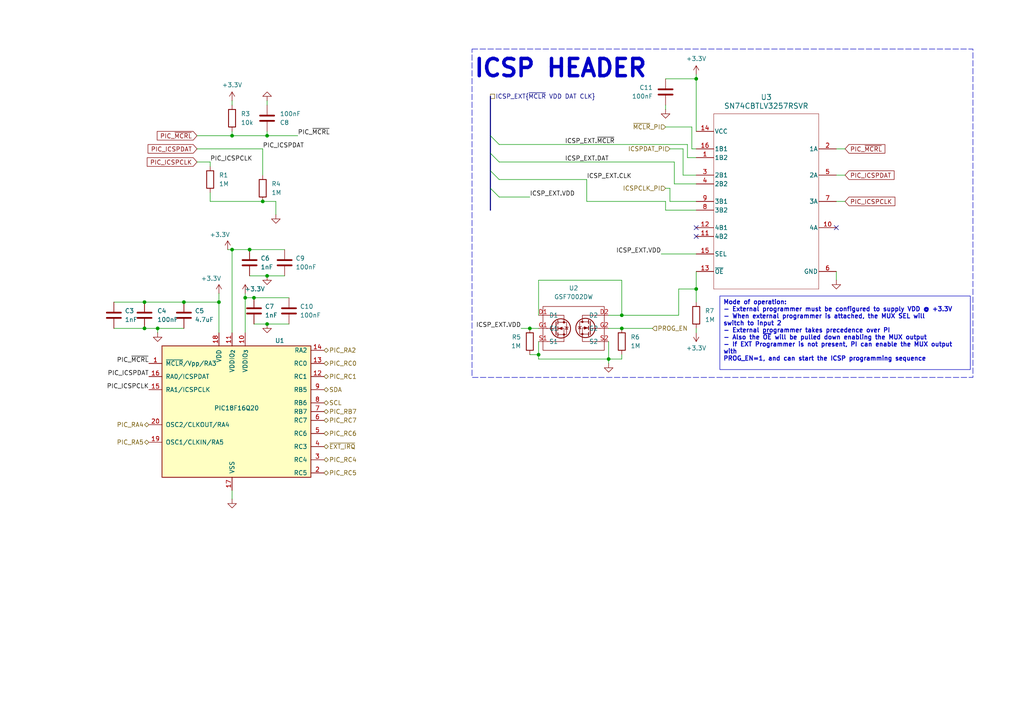
<source format=kicad_sch>
(kicad_sch (version 20231120) (generator "eeschema") (generator_version "8.0")
  (paper "A4")
  (title_block (title "Effective Range Mic Module 2 - MCU") (rev "1.0.0") (company "Effective Range Kft,") (comment 1 "visit https://creativecommons.org/licenses/by/4.0/") (comment 2 "is licensed under CC BY 4.0. To view a copy of this license,") (comment 3 "License: MicDevice2© 2025 by Ferenc Nandor Janky & Attila Gombos") (comment 4 "Design Engineer: Ferenc Janky"))
  (lib_symbols
    (symbol "Device:C" (pin_numbers hide) (pin_names (offset 0.254))
      (property "Reference" "C" (at 0.635 2.54 0))
      (property "Value" "C" (at 0.635 -2.54 0))
      (symbol "C_0_1"
        (polyline (pts (xy -2.032 -0.762) (xy 2.032 -0.762)) (stroke (width 0.508)))
        (polyline (pts (xy -2.032 0.762) (xy 2.032 0.762)) (stroke (width 0.508)))
      )
      (symbol "C_1_1"
        (pin passive line (at 0 3.81 270) (length 2.794) (name "~") (number "1"))
        (pin passive line (at 0 -3.81 90) (length 2.794) (name "~") (number "2"))
      )
    )
    (symbol "Device:R" (pin_numbers hide) (pin_names (offset 0))
      (property "Reference" "R" (at 2.032 0 90))
      (property "Value" "R" (at 0 0 90))
      (symbol "R_0_1"
        (rectangle (start -1.016 -2.54) (end 1.016 2.54) (stroke (width 0.254)))
      )
      (symbol "R_1_1"
        (pin passive line (at 0 3.81 270) (length 1.27) (name "~") (number "1"))
        (pin passive line (at 0 -3.81 90) (length 1.27) (name "~") (number "2"))
      )
    )
    (symbol "effectiveRangeHat_kicad_sym:GSF7002DW"
      (property "Reference" "U" (at 0 7.62 0))
      (property "Value" "GSF7002DW" (at -0.254 5.334 0))
      (symbol "GSF7002DW_0_1"
        (rectangle (start -8.89 6.35) (end 8.89 -6.35))
        (circle (center -3.683 0) (radius 2.794) (stroke (width 0.254)))
        (circle (center -2.794 -1.778) (radius 0.254) (fill (type outline)))
        (circle (center -2.794 1.778) (radius 0.254) (fill (type outline)))
        (polyline (pts (xy -7.62 -3.81) (xy -2.794 -3.81)))
        (polyline (pts (xy -5.08 0) (xy -7.874 0)))
        (polyline (pts (xy -5.08 1.905) (xy -5.08 -1.905)) (stroke (width 0.254)))
        (polyline (pts (xy -4.572 -1.27) (xy -4.572 -2.286)) (stroke (width 0.254)))
        (polyline (pts (xy -4.572 0.508) (xy -4.572 -0.508)) (stroke (width 0.254)))
        (polyline (pts (xy -4.572 2.286) (xy -4.572 1.27)) (stroke (width 0.254)))
        (polyline (pts (xy -2.794 -3.81) (xy -2.794 -2.54)))
        (polyline (pts (xy -2.794 2.54) (xy -2.794 1.778)))
        (polyline (pts (xy 2.54 2.667) (xy 2.54 1.905)))
        (polyline (pts (xy 4.318 -1.143) (xy 4.318 -2.159)) (stroke (width 0.254)))
        (polyline (pts (xy 4.318 0.635) (xy 4.318 -0.381)) (stroke (width 0.254)))
        (polyline (pts (xy 4.318 2.413) (xy 4.318 1.397)) (stroke (width 0.254)))
        (polyline (pts (xy 4.826 0) (xy 7.62 0)))
        (polyline (pts (xy 4.826 2.032) (xy 4.826 -1.778)) (stroke (width 0.254)))
        (polyline (pts (xy -2.794 -2.54) (xy -2.794 0) (xy -4.572 0)))
        (polyline (pts (xy -2.794 2.54) (xy -2.794 3.81) (xy -7.62 3.81)))
        (polyline (pts (xy 2.54 -2.54) (xy 2.54 -3.81) (xy 7.62 -3.81)))
        (polyline (pts (xy 2.54 -2.413) (xy 2.54 0.127) (xy 4.318 0.127)))
        (polyline (pts (xy 2.54 2.794) (xy 2.54 3.81) (xy 7.62 3.81)))
        (polyline (pts (xy -4.572 -1.778) (xy -2.032 -1.778) (xy -2.032 1.778) (xy -4.572 1.778)))
        (polyline (pts (xy -4.318 0) (xy -3.302 0.381) (xy -3.302 -0.381) (xy -4.318 0)) (fill (type outline)))
        (polyline (pts (xy -2.54 0.508) (xy -2.413 0.381) (xy -1.651 0.381) (xy -1.524 0.254)))
        (polyline (pts (xy -2.032 0.381) (xy -2.413 -0.254) (xy -1.651 -0.254) (xy -2.032 0.381)))
        (polyline (pts (xy 1.778 0.508) (xy 2.159 -0.127) (xy 1.397 -0.127) (xy 1.778 0.508)))
        (polyline (pts (xy 2.286 0.635) (xy 2.159 0.508) (xy 1.397 0.508) (xy 1.27 0.381)))
        (polyline (pts (xy 4.064 0.127) (xy 3.048 0.508) (xy 3.048 -0.254) (xy 4.064 0.127)) (fill (type outline)))
        (polyline (pts (xy 4.318 -1.651) (xy 1.778 -1.651) (xy 1.778 1.905) (xy 4.318 1.905)))
        (circle (center 2.54 -1.651) (radius 0.254) (fill (type outline)))
        (circle (center 2.54 1.905) (radius 0.254) (fill (type outline)))
        (circle (center 3.429 0.127) (radius 2.794) (stroke (width 0.254)))
      )
      (symbol "GSF7002DW_1_1"
        (pin passive line (at -10.16 3.81 0) (length 2.54) (name "D1") (number "D1"))
        (pin passive line (at 10.16 3.81 180) (length 2.54) (name "D2") (number "D2"))
        (pin passive line (at -10.16 0 0) (length 2.54) (name "G1") (number "G1"))
        (pin passive line (at 10.16 0 180) (length 2.54) (name "G2") (number "G2"))
        (pin passive line (at -10.16 -3.81 0) (length 2.54) (name "S1") (number "S1"))
        (pin passive line (at 10.16 -3.81 180) (length 2.54) (name "S2") (number "S2"))
      )
    )
    (symbol "effectiveRangeHat_kicad_sym:PIC18F16Q20" (pin_names (offset 1.016))
      (property "Reference" "U" (at 10.414 22.86 0))
      (property "Value" "PIC18F16Q20" (at 10.414 20.32 0))
      (symbol "PIC18F16Q20_0_1"
        (rectangle (start -20.32 19.05) (end 22.86 -19.05) (stroke (width 0.254)) (fill (type background)))
      )
      (symbol "PIC18F16Q20_1_1"
        (pin input line (at -24.13 13.97 0) (length 3.81) (name "~{MCLR}/Vpp/RA3") (number "1"))
        (pin power_in line (at 3.81 22.86 270) (length 3.81) (name "VDDIO_{3}") (number "10"))
        (pin power_in line (at 0 22.86 270) (length 3.81) (name "VDDIO_{2}") (number "11"))
        (pin bidirectional line (at 26.67 10.16 180) (length 3.81) (name "RC1") (number "12"))
        (pin bidirectional line (at 26.67 13.97 180) (length 3.81) (name "RC0") (number "13"))
        (pin bidirectional line (at 26.67 17.78 180) (length 3.81) (name "RA2") (number "14"))
        (pin bidirectional line (at -24.13 6.35 0) (length 3.81) (name "RA1/ICSPCLK") (number "15"))
        (pin bidirectional line (at -24.13 10.16 0) (length 3.81) (name "RA0/ICSPDAT") (number "16"))
        (pin passive line (at 0 -22.86 90) (length 3.81) (name "VSS") (number "17"))
        (pin power_in line (at -3.81 22.86 270) (length 3.81) (name "VDD") (number "18"))
        (pin input line (at -24.13 -8.89 0) (length 3.81) (name "OSC1/CLKIN/RA5") (number "19"))
        (pin bidirectional line (at 26.67 -17.78 180) (length 3.81) (name "RC5") (number "2"))
        (pin output line (at -24.13 -3.81 0) (length 3.81) (name "OSC2/CLKOUT/RA4") (number "20"))
        (pin passive line (at 0 -22.86 90) (length 3.81) hide (name "VSS") (number "21"))
        (pin bidirectional line (at 26.67 -13.97 180) (length 3.81) (name "RC4") (number "3"))
        (pin bidirectional line (at 26.67 -10.16 180) (length 3.81) (name "RC3") (number "4"))
        (pin bidirectional line (at 26.67 -6.35 180) (length 3.81) (name "RC6") (number "5"))
        (pin bidirectional line (at 26.67 -2.54 180) (length 3.81) (name "RC7") (number "6"))
        (pin bidirectional line (at 26.67 0 180) (length 3.81) (name "RB7") (number "7"))
        (pin bidirectional line (at 26.67 2.54 180) (length 3.81) (name "RB6") (number "8"))
        (pin bidirectional line (at 26.67 6.35 180) (length 3.81) (name "RB5") (number "9"))
      )
    )
    (symbol "effectiveRangeHat_kicad_sym:SN74CBTLV3257RSVR" (pin_names (offset 0.254))
      (property "Reference" "U" (at -0.254 26.67 0))
      (property "Value" "SN74CBTLV3257RSVR" (at 0.508 23.114 0))
      (symbol "SN74CBTLV3257RSVR_0_1"
        (polyline (pts (xy -15.24 -25.4) (xy 15.24 -25.4)) (stroke (width 0.1016)))
        (polyline (pts (xy -15.24 25.4) (xy -15.24 -25.4)) (stroke (width 0.1016)))
        (polyline (pts (xy 15.24 -25.4) (xy 15.24 25.4)) (stroke (width 0.1016)))
        (polyline (pts (xy 15.24 25.4) (xy -15.24 25.4)) (stroke (width 0.1016)))
        (pin input line (at -20.32 12.7 0) (length 5.08) (name "1B2") (number "1"))
        (pin output line (at 20.32 -7.62 180) (length 5.08) (name "4A") (number "10"))
        (pin input line (at -20.32 -10.16 0) (length 5.08) (name "4B2") (number "11"))
        (pin input line (at -20.32 -7.62 0) (length 5.08) (name "4B1") (number "12"))
        (pin power_in line (at -20.32 20.32 0) (length 5.08) (name "VCC") (number "14"))
        (pin input line (at -20.32 -15.24 0) (length 5.08) (name "SEL") (number "15"))
        (pin input line (at -20.32 15.24 0) (length 5.08) (name "1B1") (number "16"))
        (pin output line (at 20.32 15.24 180) (length 5.08) (name "1A") (number "2"))
        (pin input line (at -20.32 7.62 0) (length 5.08) (name "2B1") (number "3"))
        (pin input line (at -20.32 5.08 0) (length 5.08) (name "2B2") (number "4"))
        (pin output line (at 20.32 7.62 180) (length 5.08) (name "2A") (number "5"))
        (pin output line (at 20.32 0 180) (length 5.08) (name "3A") (number "7"))
        (pin input line (at -20.32 -2.54 0) (length 5.08) (name "3B2") (number "8"))
        (pin input line (at -20.32 0 0) (length 5.08) (name "3B1") (number "9"))
      )
      (symbol "SN74CBTLV3257RSVR_1_1"
        (pin input line (at -20.32 -20.32 0) (length 5.08) (name "~{OE}") (number "13"))
        (pin passive line (at 20.32 -20.32 180) (length 5.08) (name "GND") (number "6"))
      )
    )
    (symbol "power:+3.3V" (power) (pin_numbers hide) (pin_names (offset 0) hide)
      (property "Value" "+3.3V" (at 0 3.556 0))
      (symbol "+3.3V_0_1"
        (polyline (pts (xy -0.762 1.27) (xy 0 2.54)))
        (polyline (pts (xy 0 0) (xy 0 2.54)))
        (polyline (pts (xy 0 2.54) (xy 0.762 1.27)))
      )
      (symbol "+3.3V_1_1"
        (pin power_in line (at 0 0 90) (length 0) (name "~") (number "1"))
      )
    )
    (symbol "power:GND" (power) (pin_numbers hide) (pin_names (offset 0) hide)
      (property "Value" "GND" (at 0 -3.81 0))
      (symbol "GND_0_1"
        (polyline (pts (xy 0 0) (xy 0 -1.27) (xy 1.27 -1.27) (xy 0 -2.54) (xy -1.27 -1.27) (xy 0 -1.27)))
      )
      (symbol "GND_1_1"
        (pin power_in line (at 0 0 270) (length 0) (name "~") (number "1"))
      )
    )
  )
  (junction (at 41.91 87.63))
  (junction (at 73.66 86.36))
  (junction (at 77.47 39.37))
  (junction (at 77.47 93.98))
  (junction (at 76.2 58.42))
  (junction (at 67.31 39.37))
  (junction (at 153.67 95.25))
  (junction (at 41.91 95.25))
  (junction (at 53.34 87.63))
  (junction (at 67.31 72.39))
  (junction (at 45.72 95.25))
  (junction (at 180.34 95.25))
  (junction (at 71.12 86.36))
  (junction (at 201.93 22.86))
  (junction (at 180.34 91.44))
  (junction (at 176.53 104.14))
  (junction (at 156.21 102.87))
  (junction (at 77.47 80.01))
  (junction (at 201.93 83.82))
  (junction (at 72.39 72.39))
  (junction (at 63.5 87.63))
  (no_connect (at 201.93 66.04))
  (no_connect (at 242.57 66.04))
  (no_connect (at 201.93 68.58))
  (bus_entry (at 142.24 39.37) (size 2.54 2.54))
  (bus_entry (at 142.24 44.45) (size 2.54 2.54))
  (bus_entry (at 142.24 49.53) (size 2.54 2.54))
  (bus_entry (at 142.24 54.61) (size 2.54 2.54))
  (wire (pts (xy 200.66 36.83) (xy 200.66 43.18)))
  (wire (pts (xy 77.47 38.1) (xy 77.47 39.37)))
  (wire (pts (xy 60.96 58.42) (xy 76.2 58.42)))
  (bus (pts (xy 142.24 49.53) (xy 142.24 54.61)))
  (wire (pts (xy 67.31 144.78) (xy 67.31 142.24)))
  (wire (pts (xy 200.66 43.18) (xy 201.93 43.18)))
  (bus (pts (xy 142.24 27.94) (xy 142.24 39.37)))
  (wire (pts (xy 144.78 46.99) (xy 195.58 46.99)))
  (wire (pts (xy 60.96 58.42) (xy 60.96 55.88)))
  (wire (pts (xy 201.93 78.74) (xy 201.93 83.82)))
  (bus (pts (xy 142.24 39.37) (xy 142.24 44.45)))
  (wire (pts (xy 151.13 95.25) (xy 153.67 95.25)))
  (wire (pts (xy 60.96 48.26) (xy 60.96 46.99)))
  (wire (pts (xy 71.12 85.09) (xy 71.12 86.36)))
  (wire (pts (xy 198.12 50.8) (xy 201.93 50.8)))
  (wire (pts (xy 193.04 58.42) (xy 193.04 60.96)))
  (wire (pts (xy 80.01 62.23) (xy 80.01 58.42)))
  (wire (pts (xy 41.91 87.63) (xy 53.34 87.63)))
  (wire (pts (xy 77.47 29.21) (xy 77.47 30.48)))
  (wire (pts (xy 193.04 54.61) (xy 194.31 54.61)))
  (wire (pts (xy 201.93 96.52) (xy 201.93 95.25)))
  (wire (pts (xy 242.57 58.42) (xy 245.11 58.42)))
  (wire (pts (xy 57.15 46.99) (xy 60.96 46.99)))
  (wire (pts (xy 201.93 22.86) (xy 201.93 38.1)))
  (wire (pts (xy 77.47 80.01) (xy 82.55 80.01)))
  (wire (pts (xy 242.57 81.28) (xy 242.57 78.74)))
  (wire (pts (xy 193.04 36.83) (xy 200.66 36.83)))
  (wire (pts (xy 176.53 104.14) (xy 176.53 99.06)))
  (wire (pts (xy 199.39 45.72) (xy 201.93 45.72)))
  (wire (pts (xy 67.31 72.39) (xy 72.39 72.39)))
  (wire (pts (xy 176.53 105.41) (xy 176.53 104.14)))
  (wire (pts (xy 153.67 102.87) (xy 156.21 102.87)))
  (wire (pts (xy 77.47 39.37) (xy 86.36 39.37)))
  (wire (pts (xy 201.93 21.59) (xy 201.93 22.86)))
  (wire (pts (xy 194.31 58.42) (xy 201.93 58.42)))
  (wire (pts (xy 73.66 93.98) (xy 77.47 93.98)))
  (wire (pts (xy 57.15 39.37) (xy 67.31 39.37)))
  (wire (pts (xy 193.04 31.75) (xy 193.04 30.48)))
  (wire (pts (xy 201.93 83.82) (xy 201.93 87.63)))
  (wire (pts (xy 156.21 91.44) (xy 156.21 81.28)))
  (wire (pts (xy 194.31 54.61) (xy 194.31 58.42)))
  (wire (pts (xy 67.31 39.37) (xy 77.47 39.37)))
  (wire (pts (xy 198.12 43.18) (xy 198.12 50.8)))
  (wire (pts (xy 156.21 104.14) (xy 176.53 104.14)))
  (wire (pts (xy 72.39 72.39) (xy 82.55 72.39)))
  (wire (pts (xy 242.57 50.8) (xy 245.11 50.8)))
  (wire (pts (xy 76.2 58.42) (xy 80.01 58.42)))
  (wire (pts (xy 144.78 52.07) (xy 170.18 52.07)))
  (wire (pts (xy 180.34 95.25) (xy 189.23 95.25)))
  (wire (pts (xy 63.5 87.63) (xy 63.5 96.52)))
  (wire (pts (xy 193.04 60.96) (xy 201.93 60.96)))
  (wire (pts (xy 193.04 22.86) (xy 201.93 22.86)))
  (wire (pts (xy 199.39 45.72) (xy 199.39 41.91)))
  (wire (pts (xy 176.53 91.44) (xy 180.34 91.44)))
  (wire (pts (xy 63.5 87.63) (xy 53.34 87.63)))
  (wire (pts (xy 63.5 85.09) (xy 63.5 87.63)))
  (wire (pts (xy 33.02 95.25) (xy 41.91 95.25)))
  (wire (pts (xy 153.67 95.25) (xy 156.21 95.25)))
  (wire (pts (xy 196.85 83.82) (xy 201.93 83.82)))
  (wire (pts (xy 195.58 53.34) (xy 201.93 53.34)))
  (wire (pts (xy 156.21 102.87) (xy 156.21 104.14)))
  (wire (pts (xy 195.58 46.99) (xy 195.58 53.34)))
  (bus (pts (xy 142.24 54.61) (xy 142.24 60.96)))
  (wire (pts (xy 76.2 43.18) (xy 76.2 50.8)))
  (wire (pts (xy 45.72 96.52) (xy 45.72 95.25)))
  (wire (pts (xy 71.12 86.36) (xy 71.12 96.52)))
  (wire (pts (xy 77.47 93.98) (xy 83.82 93.98)))
  (wire (pts (xy 170.18 58.42) (xy 193.04 58.42)))
  (wire (pts (xy 57.15 43.18) (xy 76.2 43.18)))
  (wire (pts (xy 41.91 95.25) (xy 45.72 95.25)))
  (wire (pts (xy 144.78 41.91) (xy 199.39 41.91)))
  (wire (pts (xy 144.78 57.15) (xy 153.67 57.15)))
  (wire (pts (xy 180.34 81.28) (xy 180.34 91.44)))
  (wire (pts (xy 156.21 99.06) (xy 156.21 102.87)))
  (wire (pts (xy 71.12 86.36) (xy 73.66 86.36)))
  (wire (pts (xy 67.31 72.39) (xy 67.31 96.52)))
  (wire (pts (xy 176.53 95.25) (xy 180.34 95.25)))
  (wire (pts (xy 180.34 104.14) (xy 176.53 104.14)))
  (wire (pts (xy 180.34 102.87) (xy 180.34 104.14)))
  (wire (pts (xy 73.66 86.36) (xy 83.82 86.36)))
  (bus (pts (xy 142.24 44.45) (xy 142.24 49.53)))
  (wire (pts (xy 180.34 91.44) (xy 196.85 91.44)))
  (wire (pts (xy 156.21 81.28) (xy 180.34 81.28)))
  (wire (pts (xy 66.04 72.39) (xy 67.31 72.39)))
  (wire (pts (xy 72.39 80.01) (xy 77.47 80.01)))
  (wire (pts (xy 242.57 43.18) (xy 245.11 43.18)))
  (wire (pts (xy 194.31 43.18) (xy 198.12 43.18)))
  (wire (pts (xy 196.85 91.44) (xy 196.85 83.82)))
  (wire (pts (xy 33.02 87.63) (xy 41.91 87.63)))
  (wire (pts (xy 201.93 73.66) (xy 191.77 73.66)))
  (wire (pts (xy 45.72 95.25) (xy 53.34 95.25)))
  (wire (pts (xy 67.31 38.1) (xy 67.31 39.37)))
  (wire (pts (xy 67.31 29.21) (xy 67.31 30.48)))
  (wire (pts (xy 170.18 52.07) (xy 170.18 58.42)))
  (rectangle (start 136.906 14.224) (end 282.194 109.474) (stroke (width 0) (type dash)))
  (text_box "Mode of operation:\n- External programmer must be configured to supply VDD @ +3.3V\n- When external programmer is attached, the MUX SEL will\nswitch to input 2\n- External programmer takes precedence over PI\n- Also the ~{OE} will be pulled down enabling the MUX output\n- If EXT Programmer is not present, PI can enable the MUX output with \nPROG_EN=1, and can start the ICSP programming sequence" (at 208.788 85.852 0) (size 72.644 21.336) (effects (font (size 1.27 1.27) (bold yes)) (justify left top)))
  (text "ICSP HEADER" (at 137.16 22.86 0) (effects (font (size 5 5) (bold yes)) (justify left bottom)))
  (label "ICSP_EXT.VDD" (at 153.67 57.15 0))
  (label "ICSP_EXT.~{MCLR}" (at 163.83 41.91 0))
  (label "ICSP_EXT.DAT" (at 163.83 46.99 0))
  (label "PIC_ICSPDAT" (at 76.2 43.18 0))
  (label "PIC_ICSPCLK" (at 60.96 46.99 0))
  (label "ICSP_EXT.VDD" (at 191.77 73.66 180))
  (label "PIC_ICSPDAT" (at 43.18 109.22 180))
  (label "PIC_ICSPCLK" (at 43.18 113.03 180))
  (label "PIC_~{MCRL}" (at 43.18 105.41 180))
  (label "PIC_~{MCRL}" (at 86.36 39.37 0))
  (label "ICSP_EXT.VDD" (at 151.13 95.25 180))
  (label "ICSP_EXT.CLK" (at 170.18 52.07 0))
  (global_label "PIC_ICSPCLK" (shape input) (at 57.15 46.99 180) (property "Intersheetrefs" "${INTERSHEET_REFS}" (effects (hide yes))))
  (global_label "PIC_~{MCRL}" (shape input) (at 245.11 43.18 0) (property "Intersheetrefs" "${INTERSHEET_REFS}" (effects (hide yes))))
  (global_label "PIC_ICSPCLK" (shape input) (at 245.11 58.42 0) (property "Intersheetrefs" "${INTERSHEET_REFS}" (effects (hide yes))))
  (global_label "PIC_ICSPDAT" (shape input) (at 57.15 43.18 180) (property "Intersheetrefs" "${INTERSHEET_REFS}" (effects (hide yes))))
  (global_label "PIC_~{MCRL}" (shape input) (at 57.15 39.37 180) (property "Intersheetrefs" "${INTERSHEET_REFS}" (effects (hide yes))))
  (global_label "PIC_ICSPDAT" (shape input) (at 245.11 50.8 0) (property "Intersheetrefs" "${INTERSHEET_REFS}" (effects (hide yes))))
  (hierarchical_label "ICSPCLK_PI" (shape input) (at 193.04 54.61 180))
  (hierarchical_label "PIC_RC7" (shape bidirectional) (at 93.98 121.92 0))
  (hierarchical_label "ICSP_EXT{~{MCLR} VDD DAT CLK}" (shape passive) (at 142.24 27.94 0))
  (hierarchical_label "ICSPDAT_PI" (shape input) (at 194.31 43.18 180))
  (hierarchical_label "~{MCLR}_PI" (shape input) (at 193.04 36.83 180))
  (hierarchical_label "PIC_RC5" (shape bidirectional) (at 93.98 137.16 0))
  (hierarchical_label "PIC_RA5" (shape bidirectional) (at 43.18 128.27 180))
  (hierarchical_label "~{EXT_IRQ}" (shape bidirectional) (at 93.98 129.54 0))
  (hierarchical_label "PROG_EN" (shape input) (at 189.23 95.25 0))
  (hierarchical_label "PIC_RC0" (shape bidirectional) (at 93.98 105.41 0))
  (hierarchical_label "SCL" (shape bidirectional) (at 93.98 116.84 0))
  (hierarchical_label "PIC_RC1" (shape bidirectional) (at 93.98 109.22 0))
  (hierarchical_label "PIC_RC6" (shape bidirectional) (at 93.98 125.73 0))
  (hierarchical_label "PIC_RA2" (shape bidirectional) (at 93.98 101.6 0))
  (hierarchical_label "PIC_RB7" (shape bidirectional) (at 93.98 119.38 0))
  (hierarchical_label "SDA" (shape bidirectional) (at 93.98 113.03 0))
  (hierarchical_label "PIC_RC4" (shape bidirectional) (at 93.98 133.35 0))
  (hierarchical_label "PIC_RA4" (shape bidirectional) (at 43.18 123.19 180))
  (symbol (lib_id "power:GND") (at 45.72 96.52 0) (unit 1)
    (property "Reference" "#PWR06" (effects (hide yes)))
    (property "Value" "GND" (effects (hide yes)))
    (property "Description" "Power symbol creates a global label with name \"GND\" , ground" (effects (hide yes)))
  )
  (symbol (lib_id "Device:R") (at 60.96 52.07 0) (unit 1)
    (property "Reference" "R1" (at 63.5 50.8 0) (effects (justify left)))
    (property "Value" "1M" (at 63.5 53.34 0) (effects (justify left)))
    (property "Footprint" "Resistor_SMD:R_0402_1005Metric" (effects (hide yes)))
    (property "Description" "Resistor" (effects (hide yes)))
    (property "MPN" "ERJ-2RKF1004X" (effects (hide yes)))
    (property "Manufacturer" "Panasonic Electronic Components" (effects (hide yes)))
    (property "SupplierLink" "https://www.digikey.hu/en/products/detail/panasonic-electronic-components/ERJ-2RKF1004X/79728" (effects (hide yes)))
  )
  (symbol (lib_id "Device:R") (at 180.34 99.06 0) (unit 1)
    (property "Reference" "R6" (at 182.88 97.79 0) (effects (justify left)))
    (property "Value" "1M" (at 182.88 100.33 0) (effects (justify left)))
    (property "Footprint" "Resistor_SMD:R_0402_1005Metric" (effects (hide yes)))
    (property "Description" "Resistor" (effects (hide yes)))
    (property "Tolerance" "1%" (effects (hide yes)))
    (property "Power" "63mW" (effects (hide yes)))
    (property "MPN" "ERJ-2RKF1004X" (effects (hide yes)))
    (property "Manufacturer" "Panasonic Electronic Components" (effects (hide yes)))
    (property "SupplierLink" "https://www.digikey.hu/en/products/detail/panasonic-electronic-components/ERJ-2RKF1004X/79728" (effects (hide yes)))
  )
  (symbol (lib_id "power:GND") (at 77.47 29.21 180) (unit 1)
    (property "Reference" "#PWR016" (effects (hide yes)))
    (property "Value" "GND" (effects (hide yes)))
    (property "Description" "Power symbol creates a global label with name \"GND\" , ground" (effects (hide yes)))
  )
  (symbol (lib_id "Device:C") (at 193.04 26.67 0) (mirror x) (unit 1)
    (property "Reference" "C11" (at 189.357 25.4 0) (effects (justify right)))
    (property "Value" "100nF" (at 189.357 27.94 0) (effects (justify right)))
    (property "Footprint" "Capacitor_SMD:C_0402_1005Metric" (effects (hide yes)))
    (property "Description" "Unpolarized capacitor" (effects (hide yes)))
    (property "MPN" "GRM155R71E104KE14J" (effects (hide yes)))
    (property "Manufacturer" "Murata Electronics" (effects (hide yes)))
    (property "SupplierLink" "https://www.digikey.hu/en/products/detail/murata-electronics/GRM188R72A104KA35D/702549" (effects (hide yes)))
  )
  (symbol (lib_id "Device:C") (at 83.82 90.17 0) (unit 1)
    (property "Reference" "C10" (at 86.995 88.9 0) (effects (justify left)))
    (property "Value" "100nF" (at 86.995 91.44 0) (effects (justify left)))
    (property "Footprint" "Capacitor_SMD:C_0402_1005Metric" (effects (hide yes)))
    (property "Description" "Unpolarized capacitor" (effects (hide yes)))
    (property "MPN" "GRM155R71E104KE14J" (effects (hide yes)))
    (property "Manufacturer" "Murata Electronics" (effects (hide yes)))
    (property "SupplierLink" "https://www.digikey.hu/en/products/detail/murata-electronics/GRM188R72A104KA35D/702549" (effects (hide yes)))
  )
  (symbol (lib_id "Device:C") (at 73.66 90.17 0) (unit 1)
    (property "Reference" "C7" (at 76.835 88.9 0) (effects (justify left)))
    (property "Value" "1nF" (at 76.835 91.44 0) (effects (justify left)))
    (property "Footprint" "Capacitor_SMD:C_0402_1005Metric" (effects (hide yes)))
    (property "Description" "Unpolarized capacitor" (effects (hide yes)))
    (property "MPN" "GCM155R72A102KA37D" (effects (hide yes)))
    (property "Manufacturer" "Murata Electronics" (effects (hide yes)))
    (property "SupplierLink" "https://www.digikey.hu/en/products/detail/murata-electronics/GCM155R72A102KA37D/1641638" (effects (hide yes)))
  )
  (symbol (lib_id "effectiveRangeHat_kicad_sym:SN74CBTLV3257RSVR") (at 222.25 58.42 0) (unit 1)
    (property "Reference" "U3" (at 222.25 28.194 0) (effects (font (size 1.524 1.524))))
    (property "Value" "SN74CBTLV3257RSVR" (at 222.25 30.734 0) (effects (font (size 1.524 1.524))))
    (property "Footprint" "Library:RSV0016A" (effects (hide yes)))
    (property "Datasheet" "SN74CBTLV3257RSVR" (effects (hide yes)))
    (property "MPN" "SN74CBTLV3257RSVR" (effects (hide yes)))
    (property "Manufacturer" "Texas Instruments" (effects (hide yes)))
    (property "SupplierLink" "https://www.digikey.hu/en/products/detail/texas-instruments/SN74CBTLV3257RSVR/3830019?s=N4IgTCBcDaIMoDkDsAWAwgIQCoBkBqAzGAKxIBKceZIAugL5A" (effects (hide yes)))
  )
  (symbol (lib_id "Device:R") (at 76.2 54.61 0) (unit 1)
    (property "Reference" "R4" (at 78.74 53.34 0) (effects (justify left)))
    (property "Value" "1M" (at 78.74 55.88 0) (effects (justify left)))
    (property "Footprint" "Resistor_SMD:R_0402_1005Metric" (effects (hide yes)))
    (property "Description" "Resistor" (effects (hide yes)))
    (property "MPN" "ERJ-2RKF1004X" (effects (hide yes)))
    (property "Manufacturer" "Panasonic Electronic Components" (effects (hide yes)))
    (property "SupplierLink" "https://www.digikey.hu/en/products/detail/panasonic-electronic-components/ERJ-2RKF1004X/79728" (effects (hide yes)))
  )
  (symbol (lib_id "Device:C") (at 77.47 34.29 0) (mirror y) (unit 1)
    (property "Reference" "C8" (at 81.153 35.56 0) (effects (justify right)))
    (property "Value" "100nF" (at 81.153 33.02 0) (effects (justify right)))
    (property "Footprint" "Capacitor_SMD:C_0402_1005Metric" (effects (hide yes)))
    (property "Description" "Unpolarized capacitor" (effects (hide yes)))
    (property "MPN" "GRM155R71E104KE14J" (effects (hide yes)))
    (property "Manufacturer" "Murata Electronics" (effects (hide yes)))
    (property "SupplierLink" "https://www.digikey.hu/en/products/detail/murata-electronics/GRM188R72A104KA35D/702549" (effects (hide yes)))
  )
  (symbol (lib_id "Device:R") (at 201.93 91.44 0) (unit 1)
    (property "Reference" "R7" (at 204.47 90.17 0) (effects (justify left)))
    (property "Value" "1M" (at 204.47 92.71 0) (effects (justify left)))
    (property "Footprint" "Resistor_SMD:R_0402_1005Metric" (effects (hide yes)))
    (property "Description" "Resistor" (effects (hide yes)))
    (property "MPN" "ERJ-2RKF1004X" (effects (hide yes)))
    (property "Manufacturer" "Panasonic Electronic Components" (effects (hide yes)))
    (property "SupplierLink" "https://www.digikey.hu/en/products/detail/panasonic-electronic-components/ERJ-2RKF1004X/79728" (effects (hide yes)))
  )
  (symbol (lib_id "power:GND") (at 242.57 81.28 0) (unit 1)
    (property "Reference" "#PWR023" (effects (hide yes)))
    (property "Value" "GND" (effects (hide yes)))
    (property "Description" "Power symbol creates a global label with name \"GND\" , ground" (effects (hide yes)))
  )
  (symbol (lib_id "Device:C") (at 41.91 91.44 180) (unit 1)
    (property "Reference" "C4" (at 45.593 90.17 0) (effects (justify right)))
    (property "Value" "100nF" (at 45.593 92.71 0) (effects (justify right)))
    (property "Footprint" "Capacitor_SMD:C_0402_1005Metric" (effects (hide yes)))
    (property "Description" "Unpolarized capacitor" (effects (hide yes)))
    (property "MPN" "GRM155R71E104KE14J" (effects (hide yes)))
    (property "Manufacturer" "Murata Electronics" (effects (hide yes)))
    (property "SupplierLink" "https://www.digikey.hu/en/products/detail/murata-electronics/GRM188R72A104KA35D/702549" (effects (hide yes)))
  )
  (symbol (lib_id "power:+3.3V") (at 201.93 21.59 0) (unit 1)
    (property "Reference" "#PWR021" (effects (hide yes)))
    (property "Value" "+3.3V" (at 201.93 17.018 0))
    (property "Description" "Power symbol creates a global label with name \"+3.3V\"" (effects (hide yes)))
  )
  (symbol (lib_id "power:+3.3V") (at 63.5 85.09 0) (unit 1)
    (property "Reference" "#PWR010" (effects (hide yes)))
    (property "Value" "+3.3V" (at 61.214 80.772 0))
    (property "Description" "Power symbol creates a global label with name \"+3.3V\"" (effects (hide yes)))
  )
  (symbol (lib_id "power:+3.3V") (at 66.04 72.39 0) (unit 1)
    (property "Reference" "#PWR012" (effects (hide yes)))
    (property "Value" "+3.3V" (at 63.754 68.072 0))
    (property "Description" "Power symbol creates a global label with name \"+3.3V\"" (effects (hide yes)))
  )
  (symbol (lib_id "effectiveRangeHat_kicad_sym:GSF7002DW") (at 166.37 95.25 0) (unit 1)
    (property "Reference" "U2" (at 166.37 83.566 0))
    (property "Value" "GSF7002DW" (at 166.37 86.106 0))
    (property "Footprint" "Library:GSF7002DW" (effects (hide yes)))
    (property "Datasheet" "https://goodarksemi.com/docs/datasheets/mosfets/GSF7002DW.pdf" (effects (hide yes)))
    (property "Description" "Mosfet Array 60V 340mA (Ta) 150mW (Ta) Surface Mount SOT-363" (effects (hide yes)))
    (property "MPN" "GSF7002DW" (effects (hide yes)))
    (property "Manufacturer" "Good-Ark Semiconductor" (effects (hide yes)))
    (property "SupplierLink" "https://www.digikey.hu/en/products/detail/good-ark-semiconductor/GSF7002DW/18667488?s=N4IgTCBcDaIOIGUBiB2ADGsARA6iAugL5A" (effects (hide yes)))
  )
  (symbol (lib_id "Device:R") (at 153.67 99.06 0) (mirror y) (unit 1)
    (property "Reference" "R5" (at 151.13 97.79 0) (effects (justify left)))
    (property "Value" "1M" (at 151.13 100.33 0) (effects (justify left)))
    (property "Footprint" "Resistor_SMD:R_0402_1005Metric" (effects (hide yes)))
    (property "Description" "Resistor" (effects (hide yes)))
    (property "Tolerance" "1%" (effects (hide yes)))
    (property "Power" "63mW" (effects (hide yes)))
    (property "MPN" "ERJ-2RKF1004X" (effects (hide yes)))
    (property "Manufacturer" "Panasonic Electronic Components" (effects (hide yes)))
    (property "SupplierLink" "https://www.digikey.hu/en/products/detail/panasonic-electronic-components/ERJ-2RKF1004X/79728" (effects (hide yes)))
  )
  (symbol (lib_id "Device:R") (at 67.31 34.29 0) (unit 1)
    (property "Reference" "R3" (at 69.85 33.02 0) (effects (justify left)))
    (property "Value" "10k" (at 69.85 35.56 0) (effects (justify left)))
    (property "Footprint" "Resistor_SMD:R_0402_1005Metric" (effects (hide yes)))
    (property "Description" "Resistor" (effects (hide yes)))
    (property "MPN" "ERJ-2GEJ103X" (effects (hide yes)))
    (property "Manufacturer" "Panasonic Electronic Components" (effects (hide yes)))
    (property "SupplierLink" "https://www.digikey.hu/en/products/detail/panasonic-electronic-components/ERJ-2GEJ103X/146735" (effects (hide yes)))
  )
  (symbol (lib_id "power:GND") (at 77.47 93.98 0) (unit 1)
    (property "Reference" "#PWR018" (effects (hide yes)))
    (property "Value" "GND" (effects (hide yes)))
    (property "Description" "Power symbol creates a global label with name \"GND\" , ground" (effects (hide yes)))
  )
  (symbol (lib_id "effectiveRangeHat_kicad_sym:PIC18F16Q20") (at 67.31 119.38 0) (unit 1)
    (property "Reference" "U1" (at 79.756 98.806 0) (effects (justify left)))
    (property "Value" "PIC18F16Q20" (at 62.103 118.364 0) (effects (justify left)))
    (property "Footprint" "Library:VQFN-20-1EP_3x3mm_P0.4mm_EP1.7x1.7mm" (effects (hide yes)))
    (property "Datasheet" "http://ww1.microchip.com/downloads/en/DeviceDoc/41213D.pdf" (effects (hide yes)))
    (property "Description" "PIC16F54, 512W FLASH, 25B SRAM, SSOP20" (effects (hide yes)))
    (property "MPN" "PIC18F16Q20-I/REB" (effects (hide yes)))
    (property "Manufacturer" "Microchip Technology" (effects (hide yes)))
    (property "SupplierLink" "https://hu.mouser.com/ProductDetail/Microchip-Technology/PIC18F16Q20-I-REB?qs=HoCaDK9Nz5eaDMO98xm5EQ%3D%3D" (effects (hide yes)))
  )
  (symbol (lib_id "power:GND") (at 193.04 31.75 0) (unit 1)
    (property "Reference" "#PWR020" (effects (hide yes)))
    (property "Value" "GND" (effects (hide yes)))
    (property "Description" "Power symbol creates a global label with name \"GND\" , ground" (effects (hide yes)))
  )
  (symbol (lib_id "power:GND") (at 77.47 80.01 0) (unit 1)
    (property "Reference" "#PWR017" (effects (hide yes)))
    (property "Value" "GND" (effects (hide yes)))
    (property "Description" "Power symbol creates a global label with name \"GND\" , ground" (effects (hide yes)))
  )
  (symbol (lib_id "power:+3.3V") (at 201.93 96.52 180) (unit 1)
    (property "Reference" "#PWR022" (effects (hide yes)))
    (property "Value" "+3.3V" (at 201.93 100.965 0))
    (property "Description" "Power symbol creates a global label with name \"+3.3V\"" (effects (hide yes)))
  )
  (symbol (lib_id "power:GND") (at 67.31 144.78 0) (unit 1)
    (property "Reference" "#PWR014" (effects (hide yes)))
    (property "Value" "GND" (effects (hide yes)))
    (property "Description" "Power symbol creates a global label with name \"GND\" , ground" (effects (hide yes)))
  )
  (symbol (lib_id "power:GND") (at 176.53 105.41 0) (unit 1)
    (property "Reference" "#PWR019" (effects (hide yes)))
    (property "Value" "GND" (effects (hide yes)))
    (property "Description" "Power symbol creates a global label with name \"GND\" , ground" (effects (hide yes)))
  )
  (symbol (lib_id "power:+3.3V") (at 67.31 29.21 0) (unit 1)
    (property "Reference" "#PWR013" (effects (hide yes)))
    (property "Value" "+3.3V" (at 67.31 24.638 0))
    (property "Description" "Power symbol creates a global label with name \"+3.3V\"" (effects (hide yes)))
  )
  (symbol (lib_id "power:GND") (at 80.01 62.23 0) (unit 1)
    (property "Reference" "#PWR024" (effects (hide yes)))
    (property "Value" "GND" (effects (hide yes)))
    (property "Description" "Power symbol creates a global label with name \"GND\" , ground" (effects (hide yes)))
  )
  (symbol (lib_id "Device:C") (at 33.02 91.44 0) (unit 1)
    (property "Reference" "C3" (at 36.195 90.17 0) (effects (justify left)))
    (property "Value" "1nF" (at 36.195 92.71 0) (effects (justify left)))
    (property "Footprint" "Capacitor_SMD:C_0402_1005Metric" (effects (hide yes)))
    (property "Description" "Unpolarized capacitor" (effects (hide yes)))
    (property "MPN" "GCM155R72A102KA37D" (effects (hide yes)))
    (property "Manufacturer" "Murata Electronics" (effects (hide yes)))
    (property "SupplierLink" "https://www.digikey.hu/en/products/detail/murata-electronics/GCM155R72A102KA37D/1641638" (effects (hide yes)))
  )
  (symbol (lib_id "power:+3.3V") (at 71.12 85.09 0) (unit 1)
    (property "Reference" "#PWR015" (effects (hide yes)))
    (property "Value" "+3.3V" (at 73.914 83.82 0))
    (property "Description" "Power symbol creates a global label with name \"+3.3V\"" (effects (hide yes)))
  )
  (symbol (lib_id "Device:C") (at 72.39 76.2 0) (unit 1)
    (property "Reference" "C6" (at 75.565 74.93 0) (effects (justify left)))
    (property "Value" "1nF" (at 75.565 77.47 0) (effects (justify left)))
    (property "Footprint" "Capacitor_SMD:C_0402_1005Metric" (effects (hide yes)))
    (property "Description" "Unpolarized capacitor" (effects (hide yes)))
    (property "MPN" "GCM155R72A102KA37D" (effects (hide yes)))
    (property "Manufacturer" "Murata Electronics" (effects (hide yes)))
    (property "SupplierLink" "https://www.digikey.hu/en/products/detail/murata-electronics/GCM155R72A102KA37D/1641638" (effects (hide yes)))
  )
  (symbol (lib_id "Device:C") (at 82.55 76.2 0) (unit 1)
    (property "Reference" "C9" (at 85.725 74.93 0) (effects (justify left)))
    (property "Value" "100nF" (at 85.725 77.47 0) (effects (justify left)))
    (property "Footprint" "Capacitor_SMD:C_0402_1005Metric" (effects (hide yes)))
    (property "Description" "Unpolarized capacitor" (effects (hide yes)))
    (property "MPN" "GRM155R71E104KE14J" (effects (hide yes)))
    (property "Manufacturer" "Murata Electronics" (effects (hide yes)))
    (property "SupplierLink" "https://www.digikey.hu/en/products/detail/murata-electronics/GRM188R72A104KA35D/702549" (effects (hide yes)))
  )
  (symbol (lib_id "Device:C") (at 53.34 91.44 0) (unit 1)
    (property "Reference" "C5" (at 56.515 90.17 0) (effects (justify left)))
    (property "Value" "4.7uF" (at 56.515 92.71 0) (effects (justify left)))
    (property "Footprint" "Capacitor_SMD:C_0603_1608Metric" (effects (hide yes)))
    (property "Description" "Unpolarized capacitor" (effects (hide yes)))
    (property "MPN" "GRM188R6YA475KE15D" (effects (hide yes)))
    (property "Manufacturer" "Murata Electronics" (effects (hide yes)))
    (property "SupplierLink" "https://www.digikey.com/en/products/detail/murata-electronics/GRM188R6YA475KE15D/3900468" (effects (hide yes)))
  )
)
</source>
